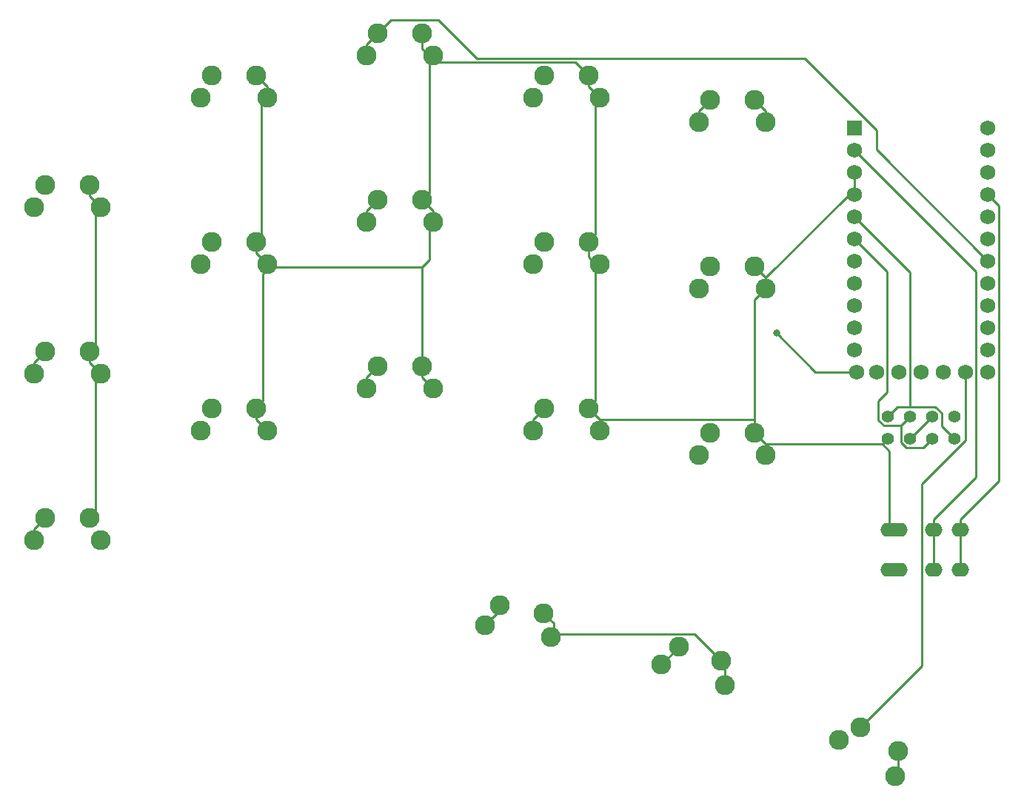
<source format=gbr>
%TF.GenerationSoftware,KiCad,Pcbnew,8.0.3*%
%TF.CreationDate,2024-07-02T22:23:14+01:00*%
%TF.ProjectId,simple_split,73696d70-6c65-45f7-9370-6c69742e6b69,v1.0.0*%
%TF.SameCoordinates,Original*%
%TF.FileFunction,Copper,L2,Bot*%
%TF.FilePolarity,Positive*%
%FSLAX46Y46*%
G04 Gerber Fmt 4.6, Leading zero omitted, Abs format (unit mm)*
G04 Created by KiCad (PCBNEW 8.0.3) date 2024-07-02 22:23:14*
%MOMM*%
%LPD*%
G01*
G04 APERTURE LIST*
%TA.AperFunction,ComponentPad*%
%ADD10C,2.286000*%
%TD*%
%TA.AperFunction,ComponentPad*%
%ADD11R,1.752600X1.752600*%
%TD*%
%TA.AperFunction,ComponentPad*%
%ADD12C,1.752600*%
%TD*%
%TA.AperFunction,ComponentPad*%
%ADD13C,1.397000*%
%TD*%
%TA.AperFunction,ComponentPad*%
%ADD14O,2.000000X1.600000*%
%TD*%
%TA.AperFunction,ViaPad*%
%ADD15C,0.800000*%
%TD*%
%TA.AperFunction,Conductor*%
%ADD16C,0.250000*%
%TD*%
G04 APERTURE END LIST*
D10*
%TO.P,S3,1*%
%TO.N,Switch1*%
X80210000Y-87820500D03*
%TO.N,gnd*%
X85290000Y-87820500D03*
%TO.P,S3,2*%
%TO.N,Switch1*%
X78940000Y-90360500D03*
%TO.N,gnd*%
X86560000Y-90360500D03*
%TD*%
D11*
%TO.P,U2,1,TX0/PD3*%
%TO.N,led*%
X172720000Y-81280000D03*
D12*
%TO.P,U2,2,RX1/PD2*%
%TO.N,data*%
X172720000Y-83820000D03*
%TO.P,U2,3,GND*%
%TO.N,gnd*%
X172720000Y-86360000D03*
%TO.P,U2,4,GND*%
X172720000Y-88900000D03*
%TO.P,U2,5,2/PD1*%
%TO.N,sda*%
X172720000Y-91440000D03*
%TO.P,U2,6,3/PD0*%
%TO.N,scl*%
X172720000Y-93980000D03*
%TO.P,U2,7,4/PD4*%
%TO.N,Switch7*%
X172720000Y-96520000D03*
%TO.P,U2,8,5/PC6*%
%TO.N,Switch8*%
X172720000Y-99060000D03*
%TO.P,U2,9,6/PD7*%
%TO.N,Switch9*%
X172720000Y-101600000D03*
%TO.P,U2,10,7/PE6*%
%TO.N,Switch10*%
X172720000Y-104140000D03*
%TO.P,U2,11,8/PB4*%
%TO.N,Switch6*%
X172720000Y-106680000D03*
%TO.P,U2,12,9/PB5*%
%TO.N,Switch1*%
X172948600Y-109220000D03*
%TO.P,U2,13,10/PB6*%
%TO.N,Switch13*%
X187960000Y-109220000D03*
%TO.P,U2,14,16/PB2*%
%TO.N,Switch12*%
X187960000Y-106680000D03*
%TO.P,U2,15,14/PB3*%
%TO.N,Switch11*%
X187960000Y-104140000D03*
%TO.P,U2,16,15/PB1*%
%TO.N,unconnected-(U2-Pad16)*%
X187960000Y-101600000D03*
%TO.P,U2,17,A0/PF7*%
%TO.N,Switch2*%
X187960000Y-99060000D03*
%TO.P,U2,18,A1/PF6*%
%TO.N,Switch3*%
X187960000Y-96520000D03*
%TO.P,U2,19,A2/PF5*%
%TO.N,Switch4*%
X187960000Y-93980000D03*
%TO.P,U2,20,A3/PF4*%
%TO.N,Switch5*%
X187960000Y-91440000D03*
%TO.P,U2,21,VCC*%
%TO.N,vcc*%
X187960000Y-88900000D03*
%TO.P,U2,22,RST*%
%TO.N,reset*%
X187960000Y-86360000D03*
%TO.P,U2,23,GND*%
%TO.N,gnd*%
X187960000Y-83820000D03*
%TO.P,U2,24,B0*%
%TO.N,raw*%
X187960000Y-81280000D03*
%TO.P,U2,25,B7*%
%TO.N,Switch14*%
X175260000Y-109220000D03*
%TO.P,U2,26,D5*%
%TO.N,Switch15*%
X177800000Y-109220000D03*
%TO.P,U2,27,C7*%
%TO.N,Switch18*%
X180340000Y-109220000D03*
%TO.P,U2,28,F1*%
%TO.N,Switch17*%
X182880000Y-109220000D03*
%TO.P,U2,29,F0*%
%TO.N,Switch16*%
X185420000Y-109220000D03*
%TD*%
D10*
%TO.P,S4,1*%
%TO.N,Switch12*%
X99210000Y-113347500D03*
%TO.N,gnd*%
X104290000Y-113347500D03*
%TO.P,S4,2*%
%TO.N,Switch12*%
X97940000Y-115887500D03*
%TO.N,gnd*%
X105560000Y-115887500D03*
%TD*%
%TO.P,S13,1*%
%TO.N,Switch15*%
X156210000Y-116205000D03*
%TO.N,gnd*%
X161290000Y-116205000D03*
%TO.P,S13,2*%
%TO.N,Switch15*%
X154940000Y-118745000D03*
%TO.N,gnd*%
X162560000Y-118745000D03*
%TD*%
%TO.P,S8,1*%
%TO.N,Switch8*%
X118210000Y-89535000D03*
%TO.N,gnd*%
X123290000Y-89535000D03*
%TO.P,S8,2*%
%TO.N,Switch8*%
X116940000Y-92075000D03*
%TO.N,gnd*%
X124560000Y-92075000D03*
%TD*%
D13*
%TO.P,OL1,1,SDA*%
%TO.N,sda*%
X176530000Y-114300000D03*
%TO.P,OL1,2,SCL*%
%TO.N,scl*%
X179070000Y-114300000D03*
%TO.P,OL1,3,VCC*%
%TO.N,vcc*%
X181610000Y-114300000D03*
%TO.P,OL1,4,GND*%
%TO.N,gnd*%
X184150000Y-114300000D03*
%TD*%
D10*
%TO.P,S9,1*%
%TO.N,Switch3*%
X118210000Y-70485000D03*
%TO.N,gnd*%
X123290000Y-70485000D03*
%TO.P,S9,2*%
%TO.N,Switch3*%
X116940000Y-73025000D03*
%TO.N,gnd*%
X124560000Y-73025000D03*
%TD*%
D14*
%TO.P,J2,1,SLEEVE*%
%TO.N,gnd*%
X176692500Y-127240000D03*
%TO.P,J2,2,TIP*%
X177792500Y-131840000D03*
%TO.P,J2,3,RING1*%
%TO.N,data*%
X181792500Y-131840000D03*
%TO.P,J2,4,RING2*%
%TO.N,vcc*%
X184792500Y-131840000D03*
%TD*%
D10*
%TO.P,S18,1*%
%TO.N,Switch16*%
X173422543Y-149844170D03*
%TO.N,gnd*%
X177682990Y-152610937D03*
%TO.P,S18,2*%
%TO.N,Switch16*%
X170974048Y-151282702D03*
%TO.N,gnd*%
X177364718Y-155432851D03*
%TD*%
%TO.P,S12,1*%
%TO.N,Switch4*%
X137210000Y-75247500D03*
%TO.N,gnd*%
X142290000Y-75247500D03*
%TO.P,S12,2*%
%TO.N,Switch4*%
X135940000Y-77787500D03*
%TO.N,gnd*%
X143560000Y-77787500D03*
%TD*%
%TO.P,S2,1*%
%TO.N,Switch6*%
X80210000Y-106870500D03*
%TO.N,gnd*%
X85290000Y-106870500D03*
%TO.P,S2,2*%
%TO.N,Switch6*%
X78940000Y-109410500D03*
%TO.N,gnd*%
X86560000Y-109410500D03*
%TD*%
%TO.P,S7,1*%
%TO.N,Switch13*%
X118210000Y-108585000D03*
%TO.N,gnd*%
X123290000Y-108585000D03*
%TO.P,S7,2*%
%TO.N,Switch13*%
X116940000Y-111125000D03*
%TO.N,gnd*%
X124560000Y-111125000D03*
%TD*%
%TO.P,S15,1*%
%TO.N,Switch5*%
X156210000Y-78105000D03*
%TO.N,gnd*%
X161290000Y-78105000D03*
%TO.P,S15,2*%
%TO.N,Switch5*%
X154940000Y-80645000D03*
%TO.N,gnd*%
X162560000Y-80645000D03*
%TD*%
%TO.P,S16,1*%
%TO.N,Switch18*%
X132146721Y-135923710D03*
%TO.N,gnd*%
X137149544Y-136805843D03*
%TO.P,S16,2*%
%TO.N,Switch18*%
X130454949Y-138204589D03*
%TO.N,gnd*%
X137959184Y-139527788D03*
%TD*%
%TO.P,S14,1*%
%TO.N,Switch10*%
X156210000Y-97155000D03*
%TO.N,gnd*%
X161290000Y-97155000D03*
%TO.P,S14,2*%
%TO.N,Switch10*%
X154940000Y-99695000D03*
%TO.N,gnd*%
X162560000Y-99695000D03*
%TD*%
%TO.P,S5,1*%
%TO.N,Switch7*%
X99210000Y-94297500D03*
%TO.N,gnd*%
X104290000Y-94297500D03*
%TO.P,S5,2*%
%TO.N,Switch7*%
X97940000Y-96837500D03*
%TO.N,gnd*%
X105560000Y-96837500D03*
%TD*%
%TO.P,S6,1*%
%TO.N,Switch2*%
X99210000Y-75247500D03*
%TO.N,gnd*%
X104290000Y-75247500D03*
%TO.P,S6,2*%
%TO.N,Switch2*%
X97940000Y-77787500D03*
%TO.N,gnd*%
X105560000Y-77787500D03*
%TD*%
%TO.P,S1,1*%
%TO.N,Switch11*%
X80210000Y-125920500D03*
%TO.N,gnd*%
X85290000Y-125920500D03*
%TO.P,S1,2*%
%TO.N,Switch11*%
X78940000Y-128460500D03*
%TO.N,gnd*%
X86560000Y-128460500D03*
%TD*%
%TO.P,S17,1*%
%TO.N,Switch17*%
X152648623Y-140670230D03*
%TO.N,gnd*%
X157479990Y-142240036D03*
%TO.P,S17,2*%
%TO.N,Switch17*%
X150655878Y-142693462D03*
%TO.N,gnd*%
X157902928Y-145048171D03*
%TD*%
%TO.P,S11,1*%
%TO.N,Switch9*%
X137210000Y-94297500D03*
%TO.N,gnd*%
X142290000Y-94297500D03*
%TO.P,S11,2*%
%TO.N,Switch9*%
X135940000Y-96837500D03*
%TO.N,gnd*%
X143560000Y-96837500D03*
%TD*%
%TO.P,S10,1*%
%TO.N,Switch14*%
X137210000Y-113347500D03*
%TO.N,gnd*%
X142290000Y-113347500D03*
%TO.P,S10,2*%
%TO.N,Switch14*%
X135940000Y-115887500D03*
%TO.N,gnd*%
X143560000Y-115887500D03*
%TD*%
D13*
%TO.P,OL2,1,SDA*%
%TO.N,sda*%
X184150000Y-116840000D03*
%TO.P,OL2,2,SCL*%
%TO.N,scl*%
X181610000Y-116840000D03*
%TO.P,OL2,3,VCC*%
%TO.N,vcc*%
X179070000Y-116840000D03*
%TO.P,OL2,4,GND*%
%TO.N,gnd*%
X176530000Y-116840000D03*
%TD*%
D14*
%TO.P,J1,1,SLEEVE*%
%TO.N,gnd*%
X176692500Y-131840000D03*
%TO.P,J1,2,TIP*%
X177792500Y-127240000D03*
%TO.P,J1,3,RING1*%
%TO.N,data*%
X181792500Y-127240000D03*
%TO.P,J1,4,RING2*%
%TO.N,vcc*%
X184792500Y-127240000D03*
%TD*%
D15*
%TO.N,Switch1*%
X163818400Y-104787300D03*
%TD*%
D16*
%TO.N,gnd*%
X161290000Y-114617500D02*
X143560000Y-114617500D01*
X157480000Y-142240000D02*
X154419100Y-139179100D01*
X143560000Y-114617500D02*
X143560000Y-115887500D01*
X172720000Y-88900000D02*
X172720000Y-86360000D01*
X177683000Y-155114600D02*
X177683000Y-152610900D01*
X142290000Y-94297500D02*
X143098300Y-93489200D01*
X105560000Y-96837500D02*
X104290000Y-95567500D01*
X104290000Y-114617500D02*
X104290000Y-113347500D01*
X143098300Y-93489200D02*
X143098300Y-78249200D01*
X85290000Y-106870500D02*
X85925000Y-106235500D01*
X142290000Y-96029300D02*
X143098200Y-96837500D01*
X105913300Y-97190800D02*
X123290000Y-97190800D01*
X140820300Y-73777800D02*
X125312800Y-73777800D01*
X104925000Y-78422500D02*
X105560000Y-77787500D01*
X104290000Y-94297500D02*
X104925000Y-93662500D01*
X123290000Y-70485000D02*
X123290000Y-72216800D01*
X123290000Y-89535000D02*
X124560000Y-90805000D01*
X143560000Y-77787500D02*
X142290000Y-76517500D01*
X175895000Y-117475000D02*
X176530000Y-116840000D01*
X162560000Y-79375000D02*
X161290000Y-78105000D01*
X85925000Y-90995500D02*
X86560000Y-90360500D01*
X176692500Y-118272500D02*
X175895000Y-117475000D01*
X172085000Y-88900000D02*
X172720000Y-88900000D01*
X157902900Y-142662900D02*
X157480000Y-142240000D01*
X105560000Y-115887500D02*
X104290000Y-114617500D01*
X138307900Y-137964200D02*
X137149500Y-136805800D01*
X123290000Y-97190800D02*
X123290000Y-108585000D01*
X162560000Y-118745000D02*
X162560000Y-117475000D01*
X123290000Y-109855000D02*
X123290000Y-108585000D01*
X161320600Y-114586900D02*
X161290000Y-114617500D01*
X86560000Y-90360500D02*
X85290000Y-89090500D01*
X123290000Y-72216800D02*
X124098200Y-73025000D01*
X85925000Y-110045500D02*
X86560000Y-109410500D01*
X104290000Y-113347500D02*
X105098300Y-112539200D01*
X143098200Y-96837500D02*
X143560000Y-96837500D01*
X143098300Y-78249200D02*
X143560000Y-77787500D01*
X142290000Y-76517500D02*
X142290000Y-75247500D01*
X162560000Y-98425000D02*
X172085000Y-88900000D01*
X138307900Y-139179100D02*
X137959200Y-139527800D01*
X125312800Y-73777800D02*
X124560000Y-73025000D01*
X105560000Y-96837500D02*
X105913300Y-97190800D01*
X85925000Y-125285500D02*
X85925000Y-110045500D01*
X124098300Y-92536700D02*
X124560000Y-92075000D01*
X104925000Y-93662500D02*
X104925000Y-78422500D01*
X105560000Y-77787500D02*
X105560000Y-76517500D01*
X162560000Y-117475000D02*
X175895000Y-117475000D01*
X124098200Y-73025000D02*
X124098200Y-88726800D01*
X157902900Y-145048200D02*
X157902900Y-142662900D01*
X143098200Y-96837500D02*
X143098200Y-112539300D01*
X105098300Y-112539200D02*
X105098300Y-98005800D01*
X105560000Y-76517500D02*
X104290000Y-75247500D01*
X142290000Y-113347500D02*
X143560000Y-114617500D01*
X85290000Y-108140500D02*
X85290000Y-106870500D01*
X154419100Y-139179100D02*
X138307900Y-139179100D01*
X161320600Y-100934400D02*
X161320600Y-114586900D01*
X162560000Y-99695000D02*
X161320600Y-100934400D01*
X124098200Y-88726800D02*
X123290000Y-89535000D01*
X124560000Y-111125000D02*
X123290000Y-109855000D01*
X123290000Y-97190800D02*
X124098300Y-96382500D01*
X86560000Y-109410500D02*
X85290000Y-108140500D01*
X124098300Y-96382500D02*
X124098300Y-92536700D01*
X143098200Y-112539300D02*
X142290000Y-113347500D01*
X142290000Y-75247500D02*
X140820300Y-73777800D01*
X176692500Y-127240000D02*
X176692500Y-118272500D01*
X105098300Y-98005800D02*
X105913300Y-97190800D01*
X104290000Y-95567500D02*
X104290000Y-94297500D01*
X142290000Y-94297500D02*
X142290000Y-96029300D01*
X177364700Y-155432900D02*
X177683000Y-155114600D01*
X161290000Y-116205000D02*
X161290000Y-114617500D01*
X162560000Y-117475000D02*
X161290000Y-116205000D01*
X138307900Y-139179100D02*
X138307900Y-137964200D01*
X85925000Y-106235500D02*
X85925000Y-90995500D01*
X85290000Y-89090500D02*
X85290000Y-87820500D01*
X85290000Y-125920500D02*
X85925000Y-125285500D01*
X162560000Y-98425000D02*
X161290000Y-97155000D01*
X162560000Y-80645000D02*
X162560000Y-79375000D01*
X162560000Y-99695000D02*
X162560000Y-98425000D01*
X124560000Y-90805000D02*
X124560000Y-92075000D01*
X124098200Y-73025000D02*
X124560000Y-73025000D01*
%TO.N,vcc*%
X179070000Y-116840000D02*
X181610000Y-114300000D01*
X189214800Y-121691000D02*
X189214800Y-90154800D01*
X184792500Y-126113300D02*
X189214800Y-121691000D01*
X189214800Y-90154800D02*
X187960000Y-88900000D01*
X184792500Y-127240000D02*
X184792500Y-126113300D01*
X184792500Y-127240000D02*
X184792500Y-131840000D01*
%TO.N,Switch18*%
X132146700Y-136512800D02*
X132146700Y-135923700D01*
X130454900Y-138204600D02*
X132146700Y-136512800D01*
%TO.N,Switch1*%
X172948600Y-109220000D02*
X168251100Y-109220000D01*
X168251100Y-109220000D02*
X163818400Y-104787300D01*
%TO.N,Switch3*%
X175222600Y-81549500D02*
X166999200Y-73326100D01*
X175222600Y-83782600D02*
X175222600Y-81549500D01*
X129524300Y-73326100D02*
X125158900Y-68960700D01*
X119734300Y-68960700D02*
X118210000Y-70485000D01*
X116940000Y-73025000D02*
X116940000Y-71755000D01*
X125158900Y-68960700D02*
X119734300Y-68960700D01*
X116940000Y-71755000D02*
X118210000Y-70485000D01*
X187960000Y-96520000D02*
X175222600Y-83782600D01*
X166999200Y-73326100D02*
X129524300Y-73326100D01*
%TO.N,Switch5*%
X154940000Y-79375000D02*
X156210000Y-78105000D01*
X154940000Y-80645000D02*
X154940000Y-79375000D01*
%TO.N,Switch6*%
X80210000Y-106870500D02*
X78940000Y-108140500D01*
X78940000Y-108140500D02*
X78940000Y-109410500D01*
%TO.N,Switch8*%
X116940000Y-92075000D02*
X116940000Y-90805000D01*
X116940000Y-90805000D02*
X118210000Y-89535000D01*
%TO.N,Switch11*%
X80210000Y-125920500D02*
X78940000Y-127190500D01*
X78940000Y-127190500D02*
X78940000Y-128460500D01*
%TO.N,Switch13*%
X116940000Y-109855000D02*
X116940000Y-111125000D01*
X118210000Y-108585000D02*
X116940000Y-109855000D01*
%TO.N,Switch14*%
X135940000Y-114617500D02*
X137210000Y-113347500D01*
X135940000Y-115887500D02*
X135940000Y-114617500D01*
%TO.N,Switch16*%
X180382800Y-142883900D02*
X180382800Y-122057200D01*
X173422500Y-149844200D02*
X180382800Y-142883900D01*
X185420000Y-117020000D02*
X185420000Y-109220000D01*
X180382800Y-122057200D02*
X185420000Y-117020000D01*
%TO.N,Switch17*%
X152648600Y-140700800D02*
X152648600Y-140670200D01*
X150655900Y-142693500D02*
X152648600Y-140700800D01*
%TO.N,data*%
X181792500Y-126113300D02*
X186636900Y-121268900D01*
X186636900Y-97736900D02*
X172720000Y-83820000D01*
X186636900Y-121268900D02*
X186636900Y-97736900D01*
X181792500Y-127240000D02*
X181792500Y-126113300D01*
X181792500Y-127240000D02*
X181792500Y-131840000D01*
%TO.N,sda*%
X182697200Y-113936000D02*
X181972900Y-113211700D01*
X184150000Y-116840000D02*
X182697200Y-115387200D01*
X179070000Y-113211700D02*
X179070000Y-97790000D01*
X182697200Y-115387200D02*
X182697200Y-113936000D01*
X179070000Y-113211700D02*
X177618300Y-113211700D01*
X177618300Y-113211700D02*
X176530000Y-114300000D01*
X181972900Y-113211700D02*
X179070000Y-113211700D01*
X179070000Y-97790000D02*
X172720000Y-91440000D01*
%TO.N,scl*%
X178036500Y-117288400D02*
X178036500Y-115333500D01*
X181610000Y-116840000D02*
X180568600Y-117881400D01*
X179070000Y-114300000D02*
X178036500Y-115333500D01*
X175460500Y-112563900D02*
X176463200Y-111561200D01*
X176463200Y-97723200D02*
X172720000Y-93980000D01*
X176083600Y-115333500D02*
X175460500Y-114710400D01*
X178036500Y-115333500D02*
X176083600Y-115333500D01*
X180568600Y-117881400D02*
X178629500Y-117881400D01*
X178629500Y-117881400D02*
X178036500Y-117288400D01*
X175460500Y-114710400D02*
X175460500Y-112563900D01*
X176463200Y-111561200D02*
X176463200Y-97723200D01*
%TD*%
M02*

</source>
